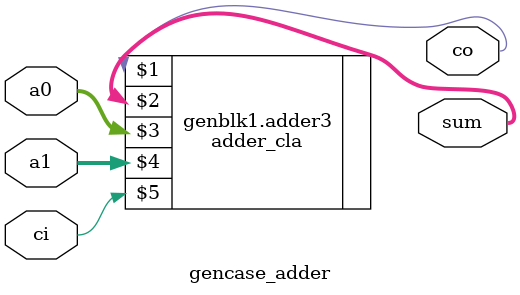
<source format=v>
`timescale 1ns / 1ps

// ±¾Ä£¿éÉú³ÉNÎ»µÄ¼Ó·¨Æ÷
module gencase_adder(co, sum, a0, a1, ci);
// ²ÎÊýÉùÃ÷, ±¾²ÎÊý¿ÉÒÔÖØÐÂ¶¨Òå
parameter N = 4;    // Ä¬ÈÏµÄ×ÜÏßÎ»¿íÎª4

// ¶Ë¿ÚÉùÃ÷
output [N-1:0] sum;
output co;
input [N-1:0] a0,a1;
input ci;

// ¸ù¾Ý×ÜÏßµÄÎ»¿í, µ÷ÓÃ(ÊµÀýÒýÓÃ)ÏàÓ¦µÄ¼Ó·¨Æ÷
// ²ÎÊýNÔÚµ÷ÓÃ(ÊµÀýÒýÓÃ)Ê±¿ÉÒÔÖØÐÂ¶¨Òå
// µ÷ÓÃ(ÊµÀýÒýÓÃ)²»»¥Í¨Î»¿íµÄ¼Ó·¨Æ÷ÊÇ¸ù¾Ý²»Í¬µÄNÀ´¾ö¶¨µÄ
generate
    case(N)
        // µ±N=1»òN=1Ê±»á·Ö±ðÑ¡ÓÃÎ»¿íÎª1»ò2µÄ¼Ó·¨Æ÷
        1: adder_1bit adder1(co, sum, a0, a1, ci);  // 1Î»¼Ó·¨Æ÷
        2: adder_2bit adder2(co, sum, a0, a1, ci);  // 2Î»¼Ó·¨Æ÷
        // Ä¬ÈÏÇé¿öÏÂÑ¡ÓÃÎ»¿íÎªNÎ»µÄ³¬Ç°½øÎ»¼Ó·¨Æ÷
        default: adder_cla #(N) adder3(co, sum, a0, a1, ci);
    endcase
endgenerate // Éú³É¿éµÄ½áÊø

endmodule

</source>
